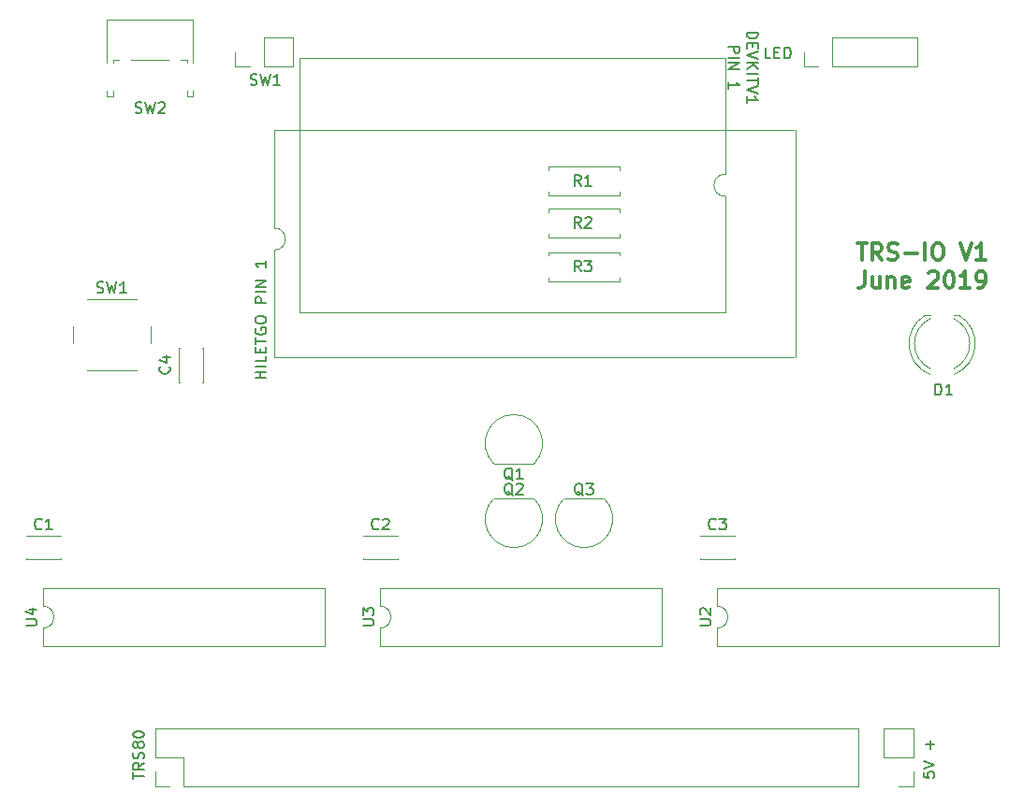
<source format=gbr>
G04 #@! TF.FileFunction,Legend,Top*
%FSLAX46Y46*%
G04 Gerber Fmt 4.6, Leading zero omitted, Abs format (unit mm)*
G04 Created by KiCad (PCBNEW 4.0.7) date 07/07/19 07:38:13*
%MOMM*%
%LPD*%
G01*
G04 APERTURE LIST*
%ADD10C,0.100000*%
%ADD11C,0.300000*%
%ADD12C,0.150000*%
%ADD13C,0.120000*%
G04 APERTURE END LIST*
D10*
D11*
X203149143Y-89343571D02*
X204006286Y-89343571D01*
X203577715Y-90843571D02*
X203577715Y-89343571D01*
X205363429Y-90843571D02*
X204863429Y-90129286D01*
X204506286Y-90843571D02*
X204506286Y-89343571D01*
X205077714Y-89343571D01*
X205220572Y-89415000D01*
X205292000Y-89486429D01*
X205363429Y-89629286D01*
X205363429Y-89843571D01*
X205292000Y-89986429D01*
X205220572Y-90057857D01*
X205077714Y-90129286D01*
X204506286Y-90129286D01*
X205934857Y-90772143D02*
X206149143Y-90843571D01*
X206506286Y-90843571D01*
X206649143Y-90772143D01*
X206720572Y-90700714D01*
X206792000Y-90557857D01*
X206792000Y-90415000D01*
X206720572Y-90272143D01*
X206649143Y-90200714D01*
X206506286Y-90129286D01*
X206220572Y-90057857D01*
X206077714Y-89986429D01*
X206006286Y-89915000D01*
X205934857Y-89772143D01*
X205934857Y-89629286D01*
X206006286Y-89486429D01*
X206077714Y-89415000D01*
X206220572Y-89343571D01*
X206577714Y-89343571D01*
X206792000Y-89415000D01*
X207434857Y-90272143D02*
X208577714Y-90272143D01*
X209292000Y-90843571D02*
X209292000Y-89343571D01*
X210292000Y-89343571D02*
X210577714Y-89343571D01*
X210720572Y-89415000D01*
X210863429Y-89557857D01*
X210934857Y-89843571D01*
X210934857Y-90343571D01*
X210863429Y-90629286D01*
X210720572Y-90772143D01*
X210577714Y-90843571D01*
X210292000Y-90843571D01*
X210149143Y-90772143D01*
X210006286Y-90629286D01*
X209934857Y-90343571D01*
X209934857Y-89843571D01*
X210006286Y-89557857D01*
X210149143Y-89415000D01*
X210292000Y-89343571D01*
X212506286Y-89343571D02*
X213006286Y-90843571D01*
X213506286Y-89343571D01*
X214792000Y-90843571D02*
X213934857Y-90843571D01*
X214363429Y-90843571D02*
X214363429Y-89343571D01*
X214220572Y-89557857D01*
X214077714Y-89700714D01*
X213934857Y-89772143D01*
X203827715Y-91893571D02*
X203827715Y-92965000D01*
X203756287Y-93179286D01*
X203613430Y-93322143D01*
X203399144Y-93393571D01*
X203256287Y-93393571D01*
X205184858Y-92393571D02*
X205184858Y-93393571D01*
X204542001Y-92393571D02*
X204542001Y-93179286D01*
X204613429Y-93322143D01*
X204756287Y-93393571D01*
X204970572Y-93393571D01*
X205113429Y-93322143D01*
X205184858Y-93250714D01*
X205899144Y-92393571D02*
X205899144Y-93393571D01*
X205899144Y-92536429D02*
X205970572Y-92465000D01*
X206113430Y-92393571D01*
X206327715Y-92393571D01*
X206470572Y-92465000D01*
X206542001Y-92607857D01*
X206542001Y-93393571D01*
X207827715Y-93322143D02*
X207684858Y-93393571D01*
X207399144Y-93393571D01*
X207256287Y-93322143D01*
X207184858Y-93179286D01*
X207184858Y-92607857D01*
X207256287Y-92465000D01*
X207399144Y-92393571D01*
X207684858Y-92393571D01*
X207827715Y-92465000D01*
X207899144Y-92607857D01*
X207899144Y-92750714D01*
X207184858Y-92893571D01*
X209613429Y-92036429D02*
X209684858Y-91965000D01*
X209827715Y-91893571D01*
X210184858Y-91893571D01*
X210327715Y-91965000D01*
X210399144Y-92036429D01*
X210470572Y-92179286D01*
X210470572Y-92322143D01*
X210399144Y-92536429D01*
X209542001Y-93393571D01*
X210470572Y-93393571D01*
X211399143Y-91893571D02*
X211542000Y-91893571D01*
X211684857Y-91965000D01*
X211756286Y-92036429D01*
X211827715Y-92179286D01*
X211899143Y-92465000D01*
X211899143Y-92822143D01*
X211827715Y-93107857D01*
X211756286Y-93250714D01*
X211684857Y-93322143D01*
X211542000Y-93393571D01*
X211399143Y-93393571D01*
X211256286Y-93322143D01*
X211184857Y-93250714D01*
X211113429Y-93107857D01*
X211042000Y-92822143D01*
X211042000Y-92465000D01*
X211113429Y-92179286D01*
X211184857Y-92036429D01*
X211256286Y-91965000D01*
X211399143Y-91893571D01*
X213327714Y-93393571D02*
X212470571Y-93393571D01*
X212899143Y-93393571D02*
X212899143Y-91893571D01*
X212756286Y-92107857D01*
X212613428Y-92250714D01*
X212470571Y-92322143D01*
X214041999Y-93393571D02*
X214327714Y-93393571D01*
X214470571Y-93322143D01*
X214541999Y-93250714D01*
X214684857Y-93036429D01*
X214756285Y-92750714D01*
X214756285Y-92179286D01*
X214684857Y-92036429D01*
X214613428Y-91965000D01*
X214470571Y-91893571D01*
X214184857Y-91893571D01*
X214041999Y-91965000D01*
X213970571Y-92036429D01*
X213899142Y-92179286D01*
X213899142Y-92536429D01*
X213970571Y-92679286D01*
X214041999Y-92750714D01*
X214184857Y-92822143D01*
X214470571Y-92822143D01*
X214613428Y-92750714D01*
X214684857Y-92679286D01*
X214756285Y-92536429D01*
D12*
X193158619Y-70239333D02*
X194158619Y-70239333D01*
X194158619Y-70477428D01*
X194111000Y-70620286D01*
X194015762Y-70715524D01*
X193920524Y-70763143D01*
X193730048Y-70810762D01*
X193587190Y-70810762D01*
X193396714Y-70763143D01*
X193301476Y-70715524D01*
X193206238Y-70620286D01*
X193158619Y-70477428D01*
X193158619Y-70239333D01*
X193682429Y-71239333D02*
X193682429Y-71572667D01*
X193158619Y-71715524D02*
X193158619Y-71239333D01*
X194158619Y-71239333D01*
X194158619Y-71715524D01*
X194158619Y-72001238D02*
X193158619Y-72334571D01*
X194158619Y-72667905D01*
X193158619Y-73001238D02*
X194158619Y-73001238D01*
X193158619Y-73572667D02*
X193730048Y-73144095D01*
X194158619Y-73572667D02*
X193587190Y-73001238D01*
X193158619Y-74001238D02*
X194158619Y-74001238D01*
X194158619Y-74334571D02*
X194158619Y-74906000D01*
X193158619Y-74620285D02*
X194158619Y-74620285D01*
X194158619Y-75096476D02*
X193158619Y-75429809D01*
X194158619Y-75763143D01*
X193158619Y-76620286D02*
X193158619Y-76048857D01*
X193158619Y-76334571D02*
X194158619Y-76334571D01*
X194015762Y-76239333D01*
X193920524Y-76144095D01*
X193872905Y-76048857D01*
X191508619Y-71525048D02*
X192508619Y-71525048D01*
X192508619Y-71906001D01*
X192461000Y-72001239D01*
X192413381Y-72048858D01*
X192318143Y-72096477D01*
X192175286Y-72096477D01*
X192080048Y-72048858D01*
X192032429Y-72001239D01*
X191984810Y-71906001D01*
X191984810Y-71525048D01*
X191508619Y-72525048D02*
X192508619Y-72525048D01*
X191508619Y-73001238D02*
X192508619Y-73001238D01*
X191508619Y-73572667D01*
X192508619Y-73572667D01*
X191508619Y-75334572D02*
X191508619Y-74763143D01*
X191508619Y-75048857D02*
X192508619Y-75048857D01*
X192365762Y-74953619D01*
X192270524Y-74858381D01*
X192222905Y-74763143D01*
X149677381Y-101551714D02*
X148677381Y-101551714D01*
X149153571Y-101551714D02*
X149153571Y-100980285D01*
X149677381Y-100980285D02*
X148677381Y-100980285D01*
X149677381Y-100504095D02*
X148677381Y-100504095D01*
X149677381Y-99551714D02*
X149677381Y-100027905D01*
X148677381Y-100027905D01*
X149153571Y-99218381D02*
X149153571Y-98885047D01*
X149677381Y-98742190D02*
X149677381Y-99218381D01*
X148677381Y-99218381D01*
X148677381Y-98742190D01*
X148677381Y-98456476D02*
X148677381Y-97885047D01*
X149677381Y-98170762D02*
X148677381Y-98170762D01*
X148725000Y-97027904D02*
X148677381Y-97123142D01*
X148677381Y-97265999D01*
X148725000Y-97408857D01*
X148820238Y-97504095D01*
X148915476Y-97551714D01*
X149105952Y-97599333D01*
X149248810Y-97599333D01*
X149439286Y-97551714D01*
X149534524Y-97504095D01*
X149629762Y-97408857D01*
X149677381Y-97265999D01*
X149677381Y-97170761D01*
X149629762Y-97027904D01*
X149582143Y-96980285D01*
X149248810Y-96980285D01*
X149248810Y-97170761D01*
X148677381Y-96361238D02*
X148677381Y-96170761D01*
X148725000Y-96075523D01*
X148820238Y-95980285D01*
X149010714Y-95932666D01*
X149344048Y-95932666D01*
X149534524Y-95980285D01*
X149629762Y-96075523D01*
X149677381Y-96170761D01*
X149677381Y-96361238D01*
X149629762Y-96456476D01*
X149534524Y-96551714D01*
X149344048Y-96599333D01*
X149010714Y-96599333D01*
X148820238Y-96551714D01*
X148725000Y-96456476D01*
X148677381Y-96361238D01*
X149677381Y-94742190D02*
X148677381Y-94742190D01*
X148677381Y-94361237D01*
X148725000Y-94265999D01*
X148772619Y-94218380D01*
X148867857Y-94170761D01*
X149010714Y-94170761D01*
X149105952Y-94218380D01*
X149153571Y-94265999D01*
X149201190Y-94361237D01*
X149201190Y-94742190D01*
X149677381Y-93742190D02*
X148677381Y-93742190D01*
X149677381Y-93266000D02*
X148677381Y-93266000D01*
X149677381Y-92694571D01*
X148677381Y-92694571D01*
X149677381Y-90932666D02*
X149677381Y-91504095D01*
X149677381Y-91218381D02*
X148677381Y-91218381D01*
X148820238Y-91313619D01*
X148915476Y-91408857D01*
X148963095Y-91504095D01*
X209129381Y-137207476D02*
X209129381Y-137683667D01*
X209605571Y-137731286D01*
X209557952Y-137683667D01*
X209510333Y-137588429D01*
X209510333Y-137350333D01*
X209557952Y-137255095D01*
X209605571Y-137207476D01*
X209700810Y-137159857D01*
X209938905Y-137159857D01*
X210034143Y-137207476D01*
X210081762Y-137255095D01*
X210129381Y-137350333D01*
X210129381Y-137588429D01*
X210081762Y-137683667D01*
X210034143Y-137731286D01*
X209129381Y-136874143D02*
X210129381Y-136540810D01*
X209129381Y-136207476D01*
X209748429Y-135112238D02*
X209748429Y-134350333D01*
X210129381Y-134731285D02*
X209367476Y-134731285D01*
X137628381Y-137850286D02*
X137628381Y-137278857D01*
X138628381Y-137564572D02*
X137628381Y-137564572D01*
X138628381Y-136374095D02*
X138152190Y-136707429D01*
X138628381Y-136945524D02*
X137628381Y-136945524D01*
X137628381Y-136564571D01*
X137676000Y-136469333D01*
X137723619Y-136421714D01*
X137818857Y-136374095D01*
X137961714Y-136374095D01*
X138056952Y-136421714D01*
X138104571Y-136469333D01*
X138152190Y-136564571D01*
X138152190Y-136945524D01*
X138580762Y-135993143D02*
X138628381Y-135850286D01*
X138628381Y-135612190D01*
X138580762Y-135516952D01*
X138533143Y-135469333D01*
X138437905Y-135421714D01*
X138342667Y-135421714D01*
X138247429Y-135469333D01*
X138199810Y-135516952D01*
X138152190Y-135612190D01*
X138104571Y-135802667D01*
X138056952Y-135897905D01*
X138009333Y-135945524D01*
X137914095Y-135993143D01*
X137818857Y-135993143D01*
X137723619Y-135945524D01*
X137676000Y-135897905D01*
X137628381Y-135802667D01*
X137628381Y-135564571D01*
X137676000Y-135421714D01*
X138056952Y-134850286D02*
X138009333Y-134945524D01*
X137961714Y-134993143D01*
X137866476Y-135040762D01*
X137818857Y-135040762D01*
X137723619Y-134993143D01*
X137676000Y-134945524D01*
X137628381Y-134850286D01*
X137628381Y-134659809D01*
X137676000Y-134564571D01*
X137723619Y-134516952D01*
X137818857Y-134469333D01*
X137866476Y-134469333D01*
X137961714Y-134516952D01*
X138009333Y-134564571D01*
X138056952Y-134659809D01*
X138056952Y-134850286D01*
X138104571Y-134945524D01*
X138152190Y-134993143D01*
X138247429Y-135040762D01*
X138437905Y-135040762D01*
X138533143Y-134993143D01*
X138580762Y-134945524D01*
X138628381Y-134850286D01*
X138628381Y-134659809D01*
X138580762Y-134564571D01*
X138533143Y-134516952D01*
X138437905Y-134469333D01*
X138247429Y-134469333D01*
X138152190Y-134516952D01*
X138104571Y-134564571D01*
X138056952Y-134659809D01*
X137628381Y-133850286D02*
X137628381Y-133755047D01*
X137676000Y-133659809D01*
X137723619Y-133612190D01*
X137818857Y-133564571D01*
X138009333Y-133516952D01*
X138247429Y-133516952D01*
X138437905Y-133564571D01*
X138533143Y-133612190D01*
X138580762Y-133659809D01*
X138628381Y-133755047D01*
X138628381Y-133850286D01*
X138580762Y-133945524D01*
X138533143Y-133993143D01*
X138437905Y-134040762D01*
X138247429Y-134088381D01*
X138009333Y-134088381D01*
X137818857Y-134040762D01*
X137723619Y-133993143D01*
X137676000Y-133945524D01*
X137628381Y-133850286D01*
X195318143Y-72588381D02*
X194841952Y-72588381D01*
X194841952Y-71588381D01*
X195651476Y-72064571D02*
X195984810Y-72064571D01*
X196127667Y-72588381D02*
X195651476Y-72588381D01*
X195651476Y-71588381D01*
X196127667Y-71588381D01*
X196556238Y-72588381D02*
X196556238Y-71588381D01*
X196794333Y-71588381D01*
X196937191Y-71636000D01*
X197032429Y-71731238D01*
X197080048Y-71826476D01*
X197127667Y-72016952D01*
X197127667Y-72159810D01*
X197080048Y-72350286D01*
X197032429Y-72445524D01*
X196937191Y-72540762D01*
X196794333Y-72588381D01*
X196556238Y-72588381D01*
X148272667Y-74953762D02*
X148415524Y-75001381D01*
X148653620Y-75001381D01*
X148748858Y-74953762D01*
X148796477Y-74906143D01*
X148844096Y-74810905D01*
X148844096Y-74715667D01*
X148796477Y-74620429D01*
X148748858Y-74572810D01*
X148653620Y-74525190D01*
X148463143Y-74477571D01*
X148367905Y-74429952D01*
X148320286Y-74382333D01*
X148272667Y-74287095D01*
X148272667Y-74191857D01*
X148320286Y-74096619D01*
X148367905Y-74049000D01*
X148463143Y-74001381D01*
X148701239Y-74001381D01*
X148844096Y-74049000D01*
X149177429Y-74001381D02*
X149415524Y-75001381D01*
X149606001Y-74287095D01*
X149796477Y-75001381D01*
X150034572Y-74001381D01*
X150939334Y-75001381D02*
X150367905Y-75001381D01*
X150653619Y-75001381D02*
X150653619Y-74001381D01*
X150558381Y-74144238D01*
X150463143Y-74239476D01*
X150367905Y-74287095D01*
D13*
X131120000Y-117900000D02*
X128000000Y-117900000D01*
X131120000Y-115780000D02*
X128000000Y-115780000D01*
X131120000Y-117900000D02*
X131120000Y-117836000D01*
X131120000Y-115844000D02*
X131120000Y-115780000D01*
X128000000Y-117900000D02*
X128000000Y-117836000D01*
X128000000Y-115844000D02*
X128000000Y-115780000D01*
X161600000Y-117900000D02*
X158480000Y-117900000D01*
X161600000Y-115780000D02*
X158480000Y-115780000D01*
X161600000Y-117900000D02*
X161600000Y-117836000D01*
X161600000Y-115844000D02*
X161600000Y-115780000D01*
X158480000Y-117900000D02*
X158480000Y-117836000D01*
X158480000Y-115844000D02*
X158480000Y-115780000D01*
X192080000Y-117900000D02*
X188960000Y-117900000D01*
X192080000Y-115780000D02*
X188960000Y-115780000D01*
X192080000Y-117900000D02*
X192080000Y-117836000D01*
X192080000Y-115844000D02*
X192080000Y-115780000D01*
X188960000Y-117900000D02*
X188960000Y-117836000D01*
X188960000Y-115844000D02*
X188960000Y-115780000D01*
X141815000Y-101910000D02*
X141815000Y-98790000D01*
X143935000Y-101910000D02*
X143935000Y-98790000D01*
X141815000Y-101910000D02*
X141879000Y-101910000D01*
X143871000Y-101910000D02*
X143935000Y-101910000D01*
X141815000Y-98790000D02*
X141879000Y-98790000D01*
X143871000Y-98790000D02*
X143935000Y-98790000D01*
X211900827Y-101212815D02*
G75*
G03X212364830Y-95865000I-1080827J2787815D01*
G01*
X209739173Y-101212815D02*
G75*
G02X209275170Y-95865000I1080827J2787815D01*
G01*
X211900429Y-100679479D02*
G75*
G03X211900000Y-96170316I-1080429J2254479D01*
G01*
X209739571Y-100679479D02*
G75*
G02X209740000Y-96170316I1080429J2254479D01*
G01*
X212365000Y-95865000D02*
X211900000Y-95865000D01*
X209740000Y-95865000D02*
X209275000Y-95865000D01*
X170285000Y-109292000D02*
X173885000Y-109292000D01*
X170246522Y-109280478D02*
G75*
G02X172085000Y-104842000I1838478J1838478D01*
G01*
X173923478Y-109280478D02*
G75*
G03X172085000Y-104842000I-1838478J1838478D01*
G01*
X173885000Y-112450000D02*
X170285000Y-112450000D01*
X173923478Y-112461522D02*
G75*
G02X172085000Y-116900000I-1838478J-1838478D01*
G01*
X170246522Y-112461522D02*
G75*
G03X172085000Y-116900000I1838478J-1838478D01*
G01*
X180235000Y-112450000D02*
X176635000Y-112450000D01*
X180273478Y-112461522D02*
G75*
G02X178435000Y-116900000I-1838478J-1838478D01*
G01*
X176596522Y-112461522D02*
G75*
G03X178435000Y-116900000I1838478J-1838478D01*
G01*
X175225000Y-82713000D02*
X175225000Y-82383000D01*
X175225000Y-82383000D02*
X181645000Y-82383000D01*
X181645000Y-82383000D02*
X181645000Y-82713000D01*
X175225000Y-84673000D02*
X175225000Y-85003000D01*
X175225000Y-85003000D02*
X181645000Y-85003000D01*
X181645000Y-85003000D02*
X181645000Y-84673000D01*
X175225000Y-86523000D02*
X175225000Y-86193000D01*
X175225000Y-86193000D02*
X181645000Y-86193000D01*
X181645000Y-86193000D02*
X181645000Y-86523000D01*
X175225000Y-88483000D02*
X175225000Y-88813000D01*
X175225000Y-88813000D02*
X181645000Y-88813000D01*
X181645000Y-88813000D02*
X181645000Y-88483000D01*
X175225000Y-90460000D02*
X175225000Y-90130000D01*
X175225000Y-90130000D02*
X181645000Y-90130000D01*
X181645000Y-90130000D02*
X181645000Y-90460000D01*
X175225000Y-92420000D02*
X175225000Y-92750000D01*
X175225000Y-92750000D02*
X181645000Y-92750000D01*
X181645000Y-92750000D02*
X181645000Y-92420000D01*
X133461000Y-100877000D02*
X137961000Y-100877000D01*
X132211000Y-96877000D02*
X132211000Y-98377000D01*
X137961000Y-94377000D02*
X133461000Y-94377000D01*
X139211000Y-98377000D02*
X139211000Y-96877000D01*
X190440000Y-122190000D02*
G75*
G02X190440000Y-124190000I0J-1000000D01*
G01*
X190440000Y-124190000D02*
X190440000Y-125840000D01*
X190440000Y-125840000D02*
X215960000Y-125840000D01*
X215960000Y-125840000D02*
X215960000Y-120540000D01*
X215960000Y-120540000D02*
X190440000Y-120540000D01*
X190440000Y-120540000D02*
X190440000Y-122190000D01*
X159960000Y-122190000D02*
G75*
G02X159960000Y-124190000I0J-1000000D01*
G01*
X159960000Y-124190000D02*
X159960000Y-125840000D01*
X159960000Y-125840000D02*
X185480000Y-125840000D01*
X185480000Y-125840000D02*
X185480000Y-120540000D01*
X185480000Y-120540000D02*
X159960000Y-120540000D01*
X159960000Y-120540000D02*
X159960000Y-122190000D01*
X129480000Y-122190000D02*
G75*
G02X129480000Y-124190000I0J-1000000D01*
G01*
X129480000Y-124190000D02*
X129480000Y-125840000D01*
X129480000Y-125840000D02*
X155000000Y-125840000D01*
X155000000Y-125840000D02*
X155000000Y-120540000D01*
X155000000Y-120540000D02*
X129480000Y-120540000D01*
X129480000Y-120540000D02*
X129480000Y-122190000D01*
X203260000Y-138490000D02*
X203260000Y-133290000D01*
X142240000Y-138490000D02*
X203260000Y-138490000D01*
X139640000Y-133290000D02*
X203260000Y-133290000D01*
X142240000Y-138490000D02*
X142240000Y-135890000D01*
X142240000Y-135890000D02*
X139640000Y-135890000D01*
X139640000Y-135890000D02*
X139640000Y-133290000D01*
X140970000Y-138490000D02*
X139640000Y-138490000D01*
X139640000Y-138490000D02*
X139640000Y-137160000D01*
X191195000Y-85074000D02*
G75*
G02X191195000Y-83074000I0J1000000D01*
G01*
X191195000Y-83074000D02*
X191195000Y-72534000D01*
X191182500Y-72534000D02*
X152657500Y-72534000D01*
X152657500Y-72534000D02*
X152657500Y-95614000D01*
X152657500Y-95614000D02*
X191182500Y-95614000D01*
X191195000Y-95614000D02*
X191195000Y-85074000D01*
X150409600Y-87950800D02*
G75*
G02X150409600Y-89950800I0J-1000000D01*
G01*
X150435000Y-89950800D02*
X150435000Y-99678000D01*
X150447500Y-99678000D02*
X197427500Y-99678000D01*
X197545000Y-99678000D02*
X197545000Y-79112600D01*
X197427500Y-79112600D02*
X150447500Y-79112600D01*
X150435000Y-79112600D02*
X150435000Y-87950800D01*
X208213000Y-133290000D02*
X205553000Y-133290000D01*
X208213000Y-135890000D02*
X208213000Y-133290000D01*
X205553000Y-135890000D02*
X205553000Y-133290000D01*
X208213000Y-135890000D02*
X205553000Y-135890000D01*
X208213000Y-137160000D02*
X208213000Y-138490000D01*
X208213000Y-138490000D02*
X206883000Y-138490000D01*
X152079000Y-73339000D02*
X152079000Y-70679000D01*
X149479000Y-73339000D02*
X152079000Y-73339000D01*
X149479000Y-70679000D02*
X152079000Y-70679000D01*
X149479000Y-73339000D02*
X149479000Y-70679000D01*
X148209000Y-73339000D02*
X146879000Y-73339000D01*
X146879000Y-73339000D02*
X146879000Y-72009000D01*
X208594000Y-73339000D02*
X208594000Y-70679000D01*
X200914000Y-73339000D02*
X208594000Y-73339000D01*
X200914000Y-70679000D02*
X208594000Y-70679000D01*
X200914000Y-73339000D02*
X200914000Y-70679000D01*
X199644000Y-73339000D02*
X198314000Y-73339000D01*
X198314000Y-73339000D02*
X198314000Y-72009000D01*
X135816000Y-72725000D02*
X135816000Y-72955000D01*
X135296000Y-69055000D02*
X143016000Y-69055000D01*
X143016000Y-69055000D02*
X143016000Y-72955000D01*
X135296000Y-76065000D02*
X135816000Y-76065000D01*
X135296000Y-69055000D02*
X135296000Y-72955000D01*
X142496000Y-72725000D02*
X142496000Y-72955000D01*
X135816000Y-75555000D02*
X135816000Y-76065000D01*
X135296000Y-75555000D02*
X135296000Y-76065000D01*
X141956000Y-72725000D02*
X142496000Y-72725000D01*
X142496000Y-75555000D02*
X142496000Y-76065000D01*
X142496000Y-76065000D02*
X143016000Y-76065000D01*
X143016000Y-75555000D02*
X143016000Y-76065000D01*
X135816000Y-72725000D02*
X136356000Y-72725000D01*
X137456000Y-72725000D02*
X140856000Y-72725000D01*
D12*
X129373334Y-115165143D02*
X129325715Y-115212762D01*
X129182858Y-115260381D01*
X129087620Y-115260381D01*
X128944762Y-115212762D01*
X128849524Y-115117524D01*
X128801905Y-115022286D01*
X128754286Y-114831810D01*
X128754286Y-114688952D01*
X128801905Y-114498476D01*
X128849524Y-114403238D01*
X128944762Y-114308000D01*
X129087620Y-114260381D01*
X129182858Y-114260381D01*
X129325715Y-114308000D01*
X129373334Y-114355619D01*
X130325715Y-115260381D02*
X129754286Y-115260381D01*
X130040000Y-115260381D02*
X130040000Y-114260381D01*
X129944762Y-114403238D01*
X129849524Y-114498476D01*
X129754286Y-114546095D01*
X159853334Y-115165143D02*
X159805715Y-115212762D01*
X159662858Y-115260381D01*
X159567620Y-115260381D01*
X159424762Y-115212762D01*
X159329524Y-115117524D01*
X159281905Y-115022286D01*
X159234286Y-114831810D01*
X159234286Y-114688952D01*
X159281905Y-114498476D01*
X159329524Y-114403238D01*
X159424762Y-114308000D01*
X159567620Y-114260381D01*
X159662858Y-114260381D01*
X159805715Y-114308000D01*
X159853334Y-114355619D01*
X160234286Y-114355619D02*
X160281905Y-114308000D01*
X160377143Y-114260381D01*
X160615239Y-114260381D01*
X160710477Y-114308000D01*
X160758096Y-114355619D01*
X160805715Y-114450857D01*
X160805715Y-114546095D01*
X160758096Y-114688952D01*
X160186667Y-115260381D01*
X160805715Y-115260381D01*
X190333334Y-115165143D02*
X190285715Y-115212762D01*
X190142858Y-115260381D01*
X190047620Y-115260381D01*
X189904762Y-115212762D01*
X189809524Y-115117524D01*
X189761905Y-115022286D01*
X189714286Y-114831810D01*
X189714286Y-114688952D01*
X189761905Y-114498476D01*
X189809524Y-114403238D01*
X189904762Y-114308000D01*
X190047620Y-114260381D01*
X190142858Y-114260381D01*
X190285715Y-114308000D01*
X190333334Y-114355619D01*
X190666667Y-114260381D02*
X191285715Y-114260381D01*
X190952381Y-114641333D01*
X191095239Y-114641333D01*
X191190477Y-114688952D01*
X191238096Y-114736571D01*
X191285715Y-114831810D01*
X191285715Y-115069905D01*
X191238096Y-115165143D01*
X191190477Y-115212762D01*
X191095239Y-115260381D01*
X190809524Y-115260381D01*
X190714286Y-115212762D01*
X190666667Y-115165143D01*
X140922143Y-100516666D02*
X140969762Y-100564285D01*
X141017381Y-100707142D01*
X141017381Y-100802380D01*
X140969762Y-100945238D01*
X140874524Y-101040476D01*
X140779286Y-101088095D01*
X140588810Y-101135714D01*
X140445952Y-101135714D01*
X140255476Y-101088095D01*
X140160238Y-101040476D01*
X140065000Y-100945238D01*
X140017381Y-100802380D01*
X140017381Y-100707142D01*
X140065000Y-100564285D01*
X140112619Y-100516666D01*
X140350714Y-99659523D02*
X141017381Y-99659523D01*
X139969762Y-99897619D02*
X140684048Y-100135714D01*
X140684048Y-99516666D01*
X210208905Y-103068381D02*
X210208905Y-102068381D01*
X210447000Y-102068381D01*
X210589858Y-102116000D01*
X210685096Y-102211238D01*
X210732715Y-102306476D01*
X210780334Y-102496952D01*
X210780334Y-102639810D01*
X210732715Y-102830286D01*
X210685096Y-102925524D01*
X210589858Y-103020762D01*
X210447000Y-103068381D01*
X210208905Y-103068381D01*
X211732715Y-103068381D02*
X211161286Y-103068381D01*
X211447000Y-103068381D02*
X211447000Y-102068381D01*
X211351762Y-102211238D01*
X211256524Y-102306476D01*
X211161286Y-102354095D01*
X171989762Y-110783619D02*
X171894524Y-110736000D01*
X171799286Y-110640762D01*
X171656429Y-110497905D01*
X171561190Y-110450286D01*
X171465952Y-110450286D01*
X171513571Y-110688381D02*
X171418333Y-110640762D01*
X171323095Y-110545524D01*
X171275476Y-110355048D01*
X171275476Y-110021714D01*
X171323095Y-109831238D01*
X171418333Y-109736000D01*
X171513571Y-109688381D01*
X171704048Y-109688381D01*
X171799286Y-109736000D01*
X171894524Y-109831238D01*
X171942143Y-110021714D01*
X171942143Y-110355048D01*
X171894524Y-110545524D01*
X171799286Y-110640762D01*
X171704048Y-110688381D01*
X171513571Y-110688381D01*
X172894524Y-110688381D02*
X172323095Y-110688381D01*
X172608809Y-110688381D02*
X172608809Y-109688381D01*
X172513571Y-109831238D01*
X172418333Y-109926476D01*
X172323095Y-109974095D01*
X171989762Y-112180619D02*
X171894524Y-112133000D01*
X171799286Y-112037762D01*
X171656429Y-111894905D01*
X171561190Y-111847286D01*
X171465952Y-111847286D01*
X171513571Y-112085381D02*
X171418333Y-112037762D01*
X171323095Y-111942524D01*
X171275476Y-111752048D01*
X171275476Y-111418714D01*
X171323095Y-111228238D01*
X171418333Y-111133000D01*
X171513571Y-111085381D01*
X171704048Y-111085381D01*
X171799286Y-111133000D01*
X171894524Y-111228238D01*
X171942143Y-111418714D01*
X171942143Y-111752048D01*
X171894524Y-111942524D01*
X171799286Y-112037762D01*
X171704048Y-112085381D01*
X171513571Y-112085381D01*
X172323095Y-111180619D02*
X172370714Y-111133000D01*
X172465952Y-111085381D01*
X172704048Y-111085381D01*
X172799286Y-111133000D01*
X172846905Y-111180619D01*
X172894524Y-111275857D01*
X172894524Y-111371095D01*
X172846905Y-111513952D01*
X172275476Y-112085381D01*
X172894524Y-112085381D01*
X178339762Y-112180619D02*
X178244524Y-112133000D01*
X178149286Y-112037762D01*
X178006429Y-111894905D01*
X177911190Y-111847286D01*
X177815952Y-111847286D01*
X177863571Y-112085381D02*
X177768333Y-112037762D01*
X177673095Y-111942524D01*
X177625476Y-111752048D01*
X177625476Y-111418714D01*
X177673095Y-111228238D01*
X177768333Y-111133000D01*
X177863571Y-111085381D01*
X178054048Y-111085381D01*
X178149286Y-111133000D01*
X178244524Y-111228238D01*
X178292143Y-111418714D01*
X178292143Y-111752048D01*
X178244524Y-111942524D01*
X178149286Y-112037762D01*
X178054048Y-112085381D01*
X177863571Y-112085381D01*
X178625476Y-111085381D02*
X179244524Y-111085381D01*
X178911190Y-111466333D01*
X179054048Y-111466333D01*
X179149286Y-111513952D01*
X179196905Y-111561571D01*
X179244524Y-111656810D01*
X179244524Y-111894905D01*
X179196905Y-111990143D01*
X179149286Y-112037762D01*
X179054048Y-112085381D01*
X178768333Y-112085381D01*
X178673095Y-112037762D01*
X178625476Y-111990143D01*
X178141334Y-84145381D02*
X177808000Y-83669190D01*
X177569905Y-84145381D02*
X177569905Y-83145381D01*
X177950858Y-83145381D01*
X178046096Y-83193000D01*
X178093715Y-83240619D01*
X178141334Y-83335857D01*
X178141334Y-83478714D01*
X178093715Y-83573952D01*
X178046096Y-83621571D01*
X177950858Y-83669190D01*
X177569905Y-83669190D01*
X179093715Y-84145381D02*
X178522286Y-84145381D01*
X178808000Y-84145381D02*
X178808000Y-83145381D01*
X178712762Y-83288238D01*
X178617524Y-83383476D01*
X178522286Y-83431095D01*
X178141334Y-87955381D02*
X177808000Y-87479190D01*
X177569905Y-87955381D02*
X177569905Y-86955381D01*
X177950858Y-86955381D01*
X178046096Y-87003000D01*
X178093715Y-87050619D01*
X178141334Y-87145857D01*
X178141334Y-87288714D01*
X178093715Y-87383952D01*
X178046096Y-87431571D01*
X177950858Y-87479190D01*
X177569905Y-87479190D01*
X178522286Y-87050619D02*
X178569905Y-87003000D01*
X178665143Y-86955381D01*
X178903239Y-86955381D01*
X178998477Y-87003000D01*
X179046096Y-87050619D01*
X179093715Y-87145857D01*
X179093715Y-87241095D01*
X179046096Y-87383952D01*
X178474667Y-87955381D01*
X179093715Y-87955381D01*
X178141334Y-91892381D02*
X177808000Y-91416190D01*
X177569905Y-91892381D02*
X177569905Y-90892381D01*
X177950858Y-90892381D01*
X178046096Y-90940000D01*
X178093715Y-90987619D01*
X178141334Y-91082857D01*
X178141334Y-91225714D01*
X178093715Y-91320952D01*
X178046096Y-91368571D01*
X177950858Y-91416190D01*
X177569905Y-91416190D01*
X178474667Y-90892381D02*
X179093715Y-90892381D01*
X178760381Y-91273333D01*
X178903239Y-91273333D01*
X178998477Y-91320952D01*
X179046096Y-91368571D01*
X179093715Y-91463810D01*
X179093715Y-91701905D01*
X179046096Y-91797143D01*
X178998477Y-91844762D01*
X178903239Y-91892381D01*
X178617524Y-91892381D01*
X178522286Y-91844762D01*
X178474667Y-91797143D01*
X134377667Y-93781762D02*
X134520524Y-93829381D01*
X134758620Y-93829381D01*
X134853858Y-93781762D01*
X134901477Y-93734143D01*
X134949096Y-93638905D01*
X134949096Y-93543667D01*
X134901477Y-93448429D01*
X134853858Y-93400810D01*
X134758620Y-93353190D01*
X134568143Y-93305571D01*
X134472905Y-93257952D01*
X134425286Y-93210333D01*
X134377667Y-93115095D01*
X134377667Y-93019857D01*
X134425286Y-92924619D01*
X134472905Y-92877000D01*
X134568143Y-92829381D01*
X134806239Y-92829381D01*
X134949096Y-92877000D01*
X135282429Y-92829381D02*
X135520524Y-93829381D01*
X135711001Y-93115095D01*
X135901477Y-93829381D01*
X136139572Y-92829381D01*
X137044334Y-93829381D02*
X136472905Y-93829381D01*
X136758619Y-93829381D02*
X136758619Y-92829381D01*
X136663381Y-92972238D01*
X136568143Y-93067476D01*
X136472905Y-93115095D01*
X188892381Y-123951905D02*
X189701905Y-123951905D01*
X189797143Y-123904286D01*
X189844762Y-123856667D01*
X189892381Y-123761429D01*
X189892381Y-123570952D01*
X189844762Y-123475714D01*
X189797143Y-123428095D01*
X189701905Y-123380476D01*
X188892381Y-123380476D01*
X188987619Y-122951905D02*
X188940000Y-122904286D01*
X188892381Y-122809048D01*
X188892381Y-122570952D01*
X188940000Y-122475714D01*
X188987619Y-122428095D01*
X189082857Y-122380476D01*
X189178095Y-122380476D01*
X189320952Y-122428095D01*
X189892381Y-122999524D01*
X189892381Y-122380476D01*
X158412381Y-123951905D02*
X159221905Y-123951905D01*
X159317143Y-123904286D01*
X159364762Y-123856667D01*
X159412381Y-123761429D01*
X159412381Y-123570952D01*
X159364762Y-123475714D01*
X159317143Y-123428095D01*
X159221905Y-123380476D01*
X158412381Y-123380476D01*
X158412381Y-122999524D02*
X158412381Y-122380476D01*
X158793333Y-122713810D01*
X158793333Y-122570952D01*
X158840952Y-122475714D01*
X158888571Y-122428095D01*
X158983810Y-122380476D01*
X159221905Y-122380476D01*
X159317143Y-122428095D01*
X159364762Y-122475714D01*
X159412381Y-122570952D01*
X159412381Y-122856667D01*
X159364762Y-122951905D01*
X159317143Y-122999524D01*
X127932381Y-123951905D02*
X128741905Y-123951905D01*
X128837143Y-123904286D01*
X128884762Y-123856667D01*
X128932381Y-123761429D01*
X128932381Y-123570952D01*
X128884762Y-123475714D01*
X128837143Y-123428095D01*
X128741905Y-123380476D01*
X127932381Y-123380476D01*
X128265714Y-122475714D02*
X128932381Y-122475714D01*
X127884762Y-122713810D02*
X128599048Y-122951905D01*
X128599048Y-122332857D01*
X137858667Y-77493762D02*
X138001524Y-77541381D01*
X138239620Y-77541381D01*
X138334858Y-77493762D01*
X138382477Y-77446143D01*
X138430096Y-77350905D01*
X138430096Y-77255667D01*
X138382477Y-77160429D01*
X138334858Y-77112810D01*
X138239620Y-77065190D01*
X138049143Y-77017571D01*
X137953905Y-76969952D01*
X137906286Y-76922333D01*
X137858667Y-76827095D01*
X137858667Y-76731857D01*
X137906286Y-76636619D01*
X137953905Y-76589000D01*
X138049143Y-76541381D01*
X138287239Y-76541381D01*
X138430096Y-76589000D01*
X138763429Y-76541381D02*
X139001524Y-77541381D01*
X139192001Y-76827095D01*
X139382477Y-77541381D01*
X139620572Y-76541381D01*
X139953905Y-76636619D02*
X140001524Y-76589000D01*
X140096762Y-76541381D01*
X140334858Y-76541381D01*
X140430096Y-76589000D01*
X140477715Y-76636619D01*
X140525334Y-76731857D01*
X140525334Y-76827095D01*
X140477715Y-76969952D01*
X139906286Y-77541381D01*
X140525334Y-77541381D01*
M02*

</source>
